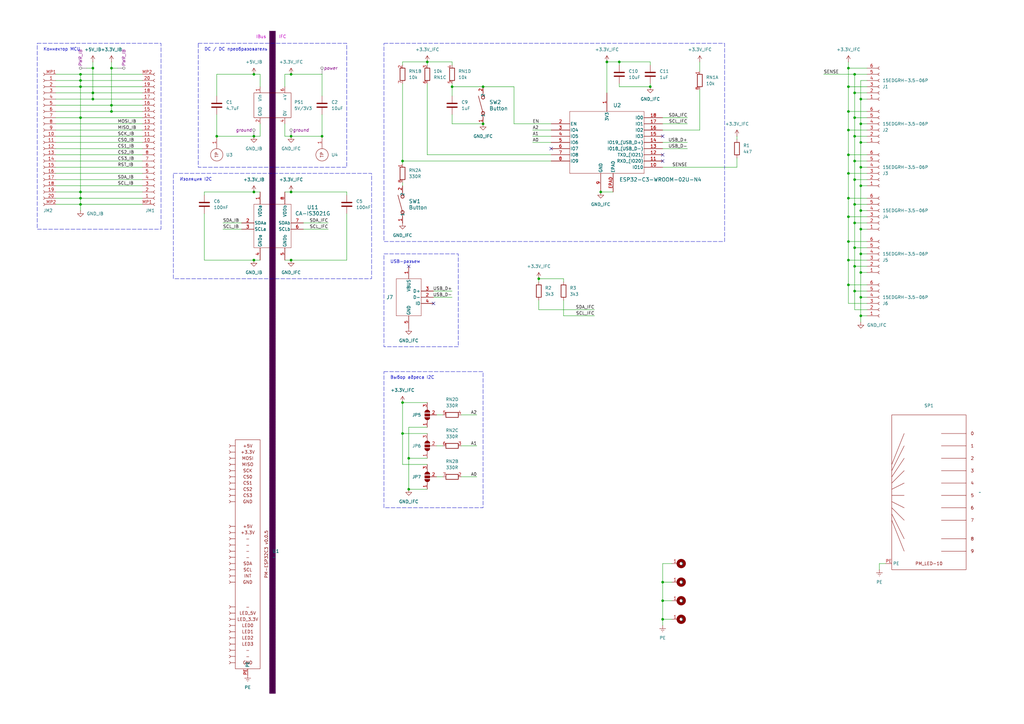
<source format=kicad_sch>
(kicad_sch (version 20250114) (generator "eeschema") (generator_version "9.0")
  (paper "A3")
  (title_block (title "${article} v${version}"))
  (rectangle (start 157.48 104.14) (end 187.96 142.24) (stroke (width 0) (type dash)))
  (rectangle (start 110.49 12.7) (end 113.03 284.48) (stroke (width 0) (type dot) (color 72 0 72 1)) (fill (type color) (color 72 0 72 1)))
  (rectangle (start 15.24 17.78) (end 66.04 93.98) (stroke (width 0) (type dash)))
  (rectangle (start 157.48 152.4) (end 198.12 208.28) (stroke (width 0) (type dash)))
  (rectangle (start 71.12 71.12) (end 152.4 114.3) (stroke (width 0) (type dash)))
  (rectangle (start 81.28 17.78) (end 142.24 68.58) (stroke (width 0) (type dash)))
  (rectangle (start 157.48 17.78) (end 297.18 99.06) (stroke (width 0) (type dash)))
  (text "DC / DC преобразователь" (at 83.82 20.32 0) (effects (font (size 1.27 1.27)) (justify left)))
  (text "IBus" (at 109.22 15.24 0) (effects (font (size 1.27 1.27)) (justify right)))
  (text "Изоляция I2C" (at 73.66 73.66 0) (effects (font (size 1.27 1.27)) (justify left)))
  (text "Выбор адреса I2C" (at 160.02 154.94 0) (effects (font (size 1.27 1.27)) (justify left)))
  (text "USB-разъем" (at 160.02 106.68 0) (effects (font (size 1.27 1.27)) (justify left top)))
  (text "IFC" (at 114.3 15.24 0) (effects (font (size 1.27 1.27)) (justify left)))
  (text "Коннектор MCU" (at 17.78 20.32 0) (effects (font (size 1.27 1.27)) (justify left)))
  (junction (at 119.38 55.88))
  (junction (at 119.38 30.48))
  (junction (at 347.98 106.68))
  (junction (at 254 25.4))
  (junction (at 198.12 35.56))
  (junction (at 132.08 55.88))
  (junction (at 38.1 38.1))
  (junction (at 350.52 119.38))
  (junction (at 353.06 50.8))
  (junction (at 353.06 68.58))
  (junction (at 350.52 109.22))
  (junction (at 347.98 45.72))
  (junction (at 347.98 35.56))
  (junction (at 350.52 38.1))
  (junction (at 347.98 116.84))
  (junction (at 165.1 66.04))
  (junction (at 185.42 35.56))
  (junction (at 347.98 71.12))
  (junction (at 246.38 78.74))
  (junction (at 347.98 88.9))
  (junction (at 119.38 106.68))
  (junction (at 353.06 58.42))
  (junction (at 33.02 35.56))
  (junction (at 350.52 30.48))
  (junction (at 350.52 83.82))
  (junction (at 353.06 40.64))
  (junction (at 271.78 246.38))
  (junction (at 347.98 53.34))
  (junction (at 119.38 78.74))
  (junction (at 347.98 63.5))
  (junction (at 350.52 66.04))
  (junction (at 220.98 114.3))
  (junction (at 353.06 104.14))
  (junction (at 353.06 76.2))
  (junction (at 353.06 93.98))
  (junction (at 175.26 25.4))
  (junction (at 271.78 254))
  (junction (at 350.52 91.44))
  (junction (at 353.06 129.54))
  (junction (at 350.52 73.66))
  (junction (at 350.52 48.26))
  (junction (at 167.64 200.66))
  (junction (at 353.06 121.92))
  (junction (at 353.06 111.76))
  (junction (at 347.98 81.28))
  (junction (at 45.72 45.72))
  (junction (at 266.7 35.56))
  (junction (at 350.52 55.88))
  (junction (at 165.1 177.8))
  (junction (at 104.14 78.74))
  (junction (at 165.1 165.1))
  (junction (at 353.06 86.36))
  (junction (at 347.98 27.94))
  (junction (at 198.12 50.8))
  (junction (at 33.02 83.82))
  (junction (at 350.52 101.6))
  (junction (at 104.14 30.48))
  (junction (at 33.02 33.02))
  (junction (at 88.9 55.88))
  (junction (at 104.14 55.88))
  (junction (at 248.92 25.4))
  (junction (at 271.78 238.76))
  (junction (at 45.72 27.94))
  (junction (at 33.02 48.26))
  (junction (at 167.64 187.96))
  (junction (at 33.02 78.74))
  (junction (at 104.14 106.68))
  (junction (at 33.02 30.48))
  (junction (at 38.1 27.94))
  (junction (at 45.72 43.18))
  (junction (at 33.02 81.28))
  (junction (at 38.1 40.64))
  (junction (at 347.98 99.06))
  (no_connect (at 271.78 63.5))
  (no_connect (at 167.64 109.22))
  (no_connect (at 226.06 60.96))
  (no_connect (at 177.8 124.46))
  (no_connect (at 271.78 55.88))
  (no_connect (at 271.78 66.04))
  (wire (pts (xy 271.78 254) (xy 275.59 254)))
  (wire (pts (xy 33.02 35.56) (xy 33.02 48.26)))
  (wire (pts (xy 347.98 88.9) (xy 347.98 81.28)))
  (wire (pts (xy 355.6 66.04) (xy 350.52 66.04)))
  (wire (pts (xy 22.86 71.12) (xy 58.42 71.12)))
  (wire (pts (xy 355.6 73.66) (xy 350.52 73.66)))
  (wire (pts (xy 218.44 55.88) (xy 226.06 55.88)))
  (wire (pts (xy 210.82 50.8) (xy 226.06 50.8)))
  (wire (pts (xy 142.24 80.01) (xy 142.24 78.74)))
  (wire (pts (xy 353.06 40.64) (xy 353.06 50.8)))
  (wire (pts (xy 185.42 25.4) (xy 185.42 26.67)))
  (wire (pts (xy 347.98 63.5) (xy 347.98 53.34)))
  (wire (pts (xy 132.08 39.37) (xy 132.08 30.48)))
  (wire (pts (xy 104.14 106.68) (xy 83.82 106.68)))
  (wire (pts (xy 106.68 106.68) (xy 104.14 106.68)))
  (wire (pts (xy 287.02 36.83) (xy 287.02 53.34)))
  (wire (pts (xy 33.02 83.82) (xy 58.42 83.82)))
  (wire (pts (xy 175.26 177.8) (xy 165.1 177.8)))
  (wire (pts (xy 104.14 30.48) (xy 106.68 30.48)))
  (wire (pts (xy 350.52 91.44) (xy 350.52 83.82)))
  (wire (pts (xy 347.98 106.68) (xy 347.98 99.06)))
  (wire (pts (xy 271.78 60.96) (xy 281.94 60.96)))
  (wire (pts (xy 22.86 38.1) (xy 38.1 38.1)))
  (wire (pts (xy 355.6 116.84) (xy 347.98 116.84)))
  (wire (pts (xy 254 26.67) (xy 254 25.4)))
  (wire (pts (xy 355.6 121.92) (xy 353.06 121.92)))
  (wire (pts (xy 38.1 38.1) (xy 38.1 40.64)))
  (wire (pts (xy 355.6 91.44) (xy 350.52 91.44)))
  (wire (pts (xy 353.06 111.76) (xy 353.06 121.92)))
  (wire (pts (xy 165.1 177.8) (xy 165.1 165.1)))
  (wire (pts (xy 22.86 35.56) (xy 33.02 35.56)))
  (wire (pts (xy 22.86 55.88) (xy 58.42 55.88)))
  (wire (pts (xy 355.6 53.34) (xy 347.98 53.34)))
  (wire (pts (xy 353.06 93.98) (xy 353.06 104.14)))
  (wire (pts (xy 226.06 63.5) (xy 175.26 63.5)))
  (wire (pts (xy 220.98 114.3) (xy 231.14 114.3)))
  (wire (pts (xy 355.6 55.88) (xy 350.52 55.88)))
  (wire (pts (xy 355.6 68.58) (xy 353.06 68.58)))
  (wire (pts (xy 22.86 53.34) (xy 58.42 53.34)))
  (wire (pts (xy 350.52 83.82) (xy 350.52 73.66)))
  (wire (pts (xy 33.02 81.28) (xy 33.02 83.82)))
  (wire (pts (xy 243.84 127) (xy 220.98 127)))
  (wire (pts (xy 119.38 30.48) (xy 132.08 30.48)))
  (wire (pts (xy 119.38 55.88) (xy 132.08 55.88)))
  (wire (pts (xy 175.26 187.96) (xy 167.64 187.96)))
  (wire (pts (xy 254 34.29) (xy 254 35.56)))
  (wire (pts (xy 142.24 87.63) (xy 142.24 106.68)))
  (wire (pts (xy 302.26 64.77) (xy 302.26 68.58)))
  (wire (pts (xy 271.78 50.8) (xy 281.94 50.8)))
  (wire (pts (xy 231.14 129.54) (xy 231.14 123.19)))
  (wire (pts (xy 33.02 81.28) (xy 58.42 81.28)))
  (wire (pts (xy 347.98 53.34) (xy 347.98 45.72)))
  (wire (pts (xy 33.02 78.74) (xy 58.42 78.74)))
  (wire (pts (xy 33.02 78.74) (xy 33.02 81.28)))
  (wire (pts (xy 189.23 170.18) (xy 195.58 170.18)))
  (wire (pts (xy 38.1 40.64) (xy 58.42 40.64)))
  (wire (pts (xy 22.86 78.74) (xy 33.02 78.74)))
  (wire (pts (xy 271.78 68.58) (xy 302.26 68.58)))
  (wire (pts (xy 355.6 48.26) (xy 350.52 48.26)))
  (wire (pts (xy 45.72 27.94) (xy 45.72 43.18)))
  (wire (pts (xy 119.38 78.74) (xy 142.24 78.74)))
  (wire (pts (xy 38.1 25.4) (xy 38.1 27.94)))
  (wire (pts (xy 185.42 35.56) (xy 185.42 39.37)))
  (wire (pts (xy 185.42 50.8) (xy 198.12 50.8)))
  (wire (pts (xy 275.59 231.14) (xy 271.78 231.14)))
  (wire (pts (xy 350.52 48.26) (xy 350.52 38.1)))
  (wire (pts (xy 350.52 30.48) (xy 355.6 30.48)))
  (wire (pts (xy 142.24 106.68) (xy 119.38 106.68)))
  (wire (pts (xy 22.86 68.58) (xy 58.42 68.58)))
  (wire (pts (xy 355.6 127) (xy 350.52 127)))
  (wire (pts (xy 165.1 74.93) (xy 165.1 76.2)))
  (wire (pts (xy 124.46 93.98) (xy 134.62 93.98)))
  (wire (pts (xy 33.02 33.02) (xy 58.42 33.02)))
  (wire (pts (xy 355.6 27.94) (xy 347.98 27.94)))
  (wire (pts (xy 302.26 55.88) (xy 302.26 57.15)))
  (wire (pts (xy 337.82 30.48) (xy 350.52 30.48)))
  (wire (pts (xy 175.26 63.5) (xy 175.26 34.29)))
  (wire (pts (xy 116.84 30.48) (xy 119.38 30.48)))
  (wire (pts (xy 119.38 106.68) (xy 116.84 106.68)))
  (wire (pts (xy 347.98 27.94) (xy 347.98 25.4)))
  (wire (pts (xy 271.78 48.26) (xy 281.94 48.26)))
  (wire (pts (xy 246.38 78.74) (xy 251.46 78.74)))
  (wire (pts (xy 353.06 132.08) (xy 353.06 129.54)))
  (wire (pts (xy 355.6 109.22) (xy 350.52 109.22)))
  (wire (pts (xy 165.1 190.5) (xy 165.1 177.8)))
  (wire (pts (xy 22.86 58.42) (xy 58.42 58.42)))
  (wire (pts (xy 355.6 71.12) (xy 347.98 71.12)))
  (wire (pts (xy 275.59 246.38) (xy 271.78 246.38)))
  (wire (pts (xy 355.6 86.36) (xy 353.06 86.36)))
  (wire (pts (xy 355.6 104.14) (xy 353.06 104.14)))
  (wire (pts (xy 231.14 114.3) (xy 231.14 115.57)))
  (wire (pts (xy 355.6 50.8) (xy 353.06 50.8)))
  (wire (pts (xy 33.02 48.26) (xy 58.42 48.26)))
  (wire (pts (xy 347.98 124.46) (xy 347.98 116.84)))
  (wire (pts (xy 355.6 76.2) (xy 353.06 76.2)))
  (wire (pts (xy 22.86 73.66) (xy 58.42 73.66)))
  (wire (pts (xy 91.44 91.44) (xy 99.06 91.44)))
  (wire (pts (xy 355.6 93.98) (xy 353.06 93.98)))
  (wire (pts (xy 271.78 58.42) (xy 281.94 58.42)))
  (wire (pts (xy 124.46 91.44) (xy 134.62 91.44)))
  (wire (pts (xy 88.9 55.88) (xy 104.14 55.88)))
  (wire (pts (xy 22.86 76.2) (xy 58.42 76.2)))
  (wire (pts (xy 355.6 33.02) (xy 353.06 33.02)))
  (wire (pts (xy 33.02 83.82) (xy 33.02 86.36)))
  (wire (pts (xy 243.84 129.54) (xy 231.14 129.54)))
  (wire (pts (xy 91.44 93.98) (xy 99.06 93.98)))
  (wire (pts (xy 177.8 121.92) (xy 185.42 121.92)))
  (wire (pts (xy 353.06 86.36) (xy 353.06 93.98)))
  (wire (pts (xy 22.86 60.96) (xy 58.42 60.96)))
  (wire (pts (xy 355.6 81.28) (xy 347.98 81.28)))
  (wire (pts (xy 355.6 63.5) (xy 347.98 63.5)))
  (wire (pts (xy 198.12 35.56) (xy 210.82 35.56)))
  (wire (pts (xy 116.84 50.8) (xy 116.84 55.88)))
  (wire (pts (xy 88.9 46.99) (xy 88.9 55.88)))
  (wire (pts (xy 175.26 190.5) (xy 165.1 190.5)))
  (wire (pts (xy 355.6 111.76) (xy 353.06 111.76)))
  (wire (pts (xy 104.14 55.88) (xy 106.68 55.88)))
  (wire (pts (xy 347.98 35.56) (xy 347.98 27.94)))
  (wire (pts (xy 83.82 87.63) (xy 83.82 106.68)))
  (wire (pts (xy 22.86 30.48) (xy 33.02 30.48)))
  (wire (pts (xy 266.7 34.29) (xy 266.7 35.56)))
  (wire (pts (xy 353.06 33.02) (xy 353.06 40.64)))
  (wire (pts (xy 165.1 66.04) (xy 165.1 67.31)))
  (wire (pts (xy 189.23 195.58) (xy 195.58 195.58)))
  (wire (pts (xy 175.26 200.66) (xy 167.64 200.66)))
  (wire (pts (xy 355.6 40.64) (xy 353.06 40.64)))
  (wire (pts (xy 33.02 30.48) (xy 58.42 30.48)))
  (wire (pts (xy 175.26 25.4) (xy 175.26 26.67)))
  (wire (pts (xy 45.72 45.72) (xy 58.42 45.72)))
  (wire (pts (xy 248.92 25.4) (xy 248.92 38.1)))
  (wire (pts (xy 132.08 46.99) (xy 132.08 55.88)))
  (wire (pts (xy 22.86 81.28) (xy 33.02 81.28)))
  (wire (pts (xy 355.6 35.56) (xy 347.98 35.56)))
  (wire (pts (xy 106.68 50.8) (xy 106.68 55.88)))
  (wire (pts (xy 189.23 182.88) (xy 195.58 182.88)))
  (wire (pts (xy 355.6 58.42) (xy 353.06 58.42)))
  (wire (pts (xy 254 25.4) (xy 266.7 25.4)))
  (wire (pts (xy 185.42 35.56) (xy 198.12 35.56)))
  (wire (pts (xy 165.1 26.67) (xy 165.1 25.4)))
  (wire (pts (xy 218.44 58.42) (xy 226.06 58.42)))
  (wire (pts (xy 347.98 116.84) (xy 347.98 106.68)))
  (wire (pts (xy 185.42 46.99) (xy 185.42 50.8)))
  (wire (pts (xy 360.68 231.14) (xy 360.68 233.68)))
  (wire (pts (xy 350.52 119.38) (xy 350.52 109.22)))
  (wire (pts (xy 106.68 30.48) (xy 106.68 35.56)))
  (wire (pts (xy 210.82 35.56) (xy 210.82 50.8)))
  (wire (pts (xy 22.86 45.72) (xy 45.72 45.72)))
  (wire (pts (xy 220.98 127) (xy 220.98 123.19)))
  (wire (pts (xy 185.42 34.29) (xy 185.42 35.56)))
  (wire (pts (xy 22.86 50.8) (xy 58.42 50.8)))
  (wire (pts (xy 275.59 238.76) (xy 271.78 238.76)))
  (wire (pts (xy 350.52 73.66) (xy 350.52 66.04)))
  (wire (pts (xy 347.98 71.12) (xy 347.98 63.5)))
  (wire (pts (xy 38.1 38.1) (xy 58.42 38.1)))
  (wire (pts (xy 355.6 38.1) (xy 350.52 38.1)))
  (wire (pts (xy 353.06 121.92) (xy 353.06 129.54)))
  (wire (pts (xy 353.06 129.54) (xy 355.6 129.54)))
  (wire (pts (xy 167.64 175.26) (xy 167.64 187.96)))
  (wire (pts (xy 104.14 78.74) (xy 106.68 78.74)))
  (wire (pts (xy 355.6 88.9) (xy 347.98 88.9)))
  (wire (pts (xy 271.78 231.14) (xy 271.78 238.76)))
  (wire (pts (xy 22.86 48.26) (xy 33.02 48.26)))
  (wire (pts (xy 248.92 25.4) (xy 254 25.4)))
  (wire (pts (xy 175.26 175.26) (xy 167.64 175.26)))
  (wire (pts (xy 271.78 256.54) (xy 271.78 254)))
  (wire (pts (xy 165.1 66.04) (xy 226.06 66.04)))
  (wire (pts (xy 355.6 119.38) (xy 350.52 119.38)))
  (wire (pts (xy 350.52 66.04) (xy 350.52 55.88)))
  (wire (pts (xy 33.02 33.02) (xy 33.02 35.56)))
  (wire (pts (xy 355.6 45.72) (xy 347.98 45.72)))
  (wire (pts (xy 353.06 76.2) (xy 353.06 86.36)))
  (wire (pts (xy 353.06 68.58) (xy 353.06 76.2)))
  (wire (pts (xy 22.86 40.64) (xy 38.1 40.64)))
  (wire (pts (xy 22.86 43.18) (xy 45.72 43.18)))
  (wire (pts (xy 33.02 48.26) (xy 33.02 78.74)))
  (wire (pts (xy 355.6 99.06) (xy 347.98 99.06)))
  (wire (pts (xy 350.52 127) (xy 350.52 119.38)))
  (wire (pts (xy 165.1 25.4) (xy 175.26 25.4)))
  (wire (pts (xy 218.44 53.34) (xy 226.06 53.34)))
  (wire (pts (xy 38.1 27.94) (xy 38.1 38.1)))
  (wire (pts (xy 353.06 58.42) (xy 353.06 68.58)))
  (wire (pts (xy 175.26 25.4) (xy 185.42 25.4)))
  (wire (pts (xy 347.98 99.06) (xy 347.98 88.9)))
  (wire (pts (xy 45.72 43.18) (xy 45.72 45.72)))
  (wire (pts (xy 165.1 66.04) (xy 165.1 34.29)))
  (wire (pts (xy 22.86 33.02) (xy 33.02 33.02)))
  (wire (pts (xy 88.9 30.48) (xy 104.14 30.48)))
  (wire (pts (xy 177.8 119.38) (xy 185.42 119.38)))
  (wire (pts (xy 347.98 81.28) (xy 347.98 71.12)))
  (wire (pts (xy 88.9 39.37) (xy 88.9 30.48)))
  (wire (pts (xy 355.6 106.68) (xy 347.98 106.68)))
  (wire (pts (xy 220.98 114.3) (xy 220.98 115.57)))
  (wire (pts (xy 116.84 78.74) (xy 119.38 78.74)))
  (wire (pts (xy 179.07 195.58) (xy 181.61 195.58)))
  (wire (pts (xy 363.22 231.14) (xy 360.68 231.14)))
  (wire (pts (xy 33.02 35.56) (xy 58.42 35.56)))
  (wire (pts (xy 179.07 170.18) (xy 181.61 170.18)))
  (wire (pts (xy 350.52 55.88) (xy 350.52 48.26)))
  (wire (pts (xy 353.06 50.8) (xy 353.06 58.42)))
  (wire (pts (xy 45.72 25.4) (xy 45.72 27.94)))
  (wire (pts (xy 271.78 53.34) (xy 287.02 53.34)))
  (wire (pts (xy 83.82 78.74) (xy 104.14 78.74)))
  (wire (pts (xy 350.52 101.6) (xy 350.52 91.44)))
  (wire (pts (xy 83.82 80.01) (xy 83.82 78.74)))
  (wire (pts (xy 355.6 83.82) (xy 350.52 83.82)))
  (wire (pts (xy 355.6 124.46) (xy 347.98 124.46)))
  (wire (pts (xy 22.86 83.82) (xy 33.02 83.82)))
  (wire (pts (xy 347.98 45.72) (xy 347.98 35.56)))
  (wire (pts (xy 22.86 66.04) (xy 58.42 66.04)))
  (wire (pts (xy 179.07 182.88) (xy 181.61 182.88)))
  (wire (pts (xy 35.56 27.94) (xy 38.1 27.94)))
  (wire (pts (xy 350.52 38.1) (xy 350.52 30.48)))
  (wire (pts (xy 116.84 55.88) (xy 119.38 55.88)))
  (wire (pts (xy 22.86 63.5) (xy 58.42 63.5)))
  (wire (pts (xy 353.06 104.14) (xy 353.06 111.76)))
  (wire (pts (xy 167.64 187.96) (xy 167.64 200.66)))
  (wire (pts (xy 33.02 30.48) (xy 33.02 33.02)))
  (wire (pts (xy 165.1 165.1) (xy 175.26 165.1)))
  (wire (pts (xy 271.78 238.76) (xy 271.78 246.38)))
  (wire (pts (xy 116.84 30.48) (xy 116.84 35.56)))
  (wire (pts (xy 350.52 109.22) (xy 350.52 101.6)))
  (wire (pts (xy 287.02 25.4) (xy 287.02 29.21)))
  (wire (pts (xy 254 35.56) (xy 266.7 35.56)))
  (wire (pts (xy 45.72 43.18) (xy 58.42 43.18)))
  (wire (pts (xy 355.6 101.6) (xy 350.52 101.6)))
  (wire (pts (xy 266.7 25.4) (xy 266.7 26.67)))
  (wire (pts (xy 48.26 27.94) (xy 45.72 27.94)))
  (wire (pts (xy 271.78 246.38) (xy 271.78 254)))
  (label "EN" (at 218.44 50.8 0))
  (label "USB_D-" (at 185.42 121.92 180))
  (label "SCL_IFC" (at 134.62 93.98 180))
  (label "SCL_IB" (at 48.26 76.2 0))
  (label "A1" (at 218.44 55.88 0))
  (label "SDA_IB" (at 48.26 73.66 0))
  (label "SENSE" (at 337.82 30.48 0))
  (label "A1" (at 195.58 182.88 180))
  (label "A2" (at 195.58 170.18 180))
  (label "USB_D-" (at 281.94 60.96 180))
  (label "A0" (at 218.44 58.42 0))
  (label "CS0_IB" (at 48.26 58.42 0))
  (label "A2" (at 218.44 53.34 0))
  (label "MISO_IB" (at 48.26 53.34 0))
  (label "MOSI_IB" (at 48.26 50.8 0))
  (label "USB_D+" (at 185.42 119.38 180))
  (label "SDA_IB" (at 91.44 91.44 0))
  (label "SDA_IFC" (at 134.62 91.44 180))
  (label "A0" (at 195.58 195.58 180))
  (label "SCL_IFC" (at 281.94 50.8 180))
  (label "SENSE" (at 281.94 68.58 180))
  (label "SDA_IFC" (at 281.94 48.26 180))
  (label "CS1_IB" (at 48.26 60.96 0))
  (label "CS3_IB" (at 48.26 66.04 0))
  (label "SCL_IFC" (at 243.84 129.54 180))
  (label "SDA_IFC" (at 243.84 127 180))
  (label "USB_D+" (at 281.94 58.42 180))
  (label "SCK_IB" (at 48.26 55.88 0))
  (label "SCL_IB" (at 91.44 93.98 0))
  (label "CS2_IB" (at 48.26 63.5 0))
  (label "RST_IB" (at 48.26 68.58 0))
  (netclass_flag "" (length 2.54) (shape round) (at 35.56 27.94 90) (property "Netclass" "PWR_IB" (at 33.02 27.2415 90) (effects (font (italic yes)) (justify left))))
  (netclass_flag "" (length 2.54) (shape round) (at 104.14 55.88 0) (property "Netclass" "ground" (at 103.4415 53.34 0) (effects (font (italic yes)) (justify right))))
  (netclass_flag "" (length 2.54) (shape round) (at 132.08 30.48 0) (property "Netclass" "power" (at 132.7785 27.94 0) (effects (font (italic yes)) (justify left))))
  (netclass_flag "" (length 2.54) (shape round) (at 48.26 27.94 270) (property "Netclass" "PWR_IB" (at 50.8 27.2415 90) (effects (font (italic yes)) (justify left))))
  (netclass_flag "" (length 2.54) (shape round) (at 119.38 55.88 0) (property "Netclass" "ground" (at 120.0785 53.34 0) (effects (font (italic yes)) (justify left))))
  (symbol (lib_id "kicad_inventree_lib:XKG_U254-051T-4BH83-S1S") (at 167.64 114.3 0) (mirror y) (unit 1)
    (property "Reference" "J7" (at 161.29 121.9199 0) (effects (font (size 1.524 1.524)) (justify left)))
    (property "Value" "U254-051T-4BH83-S1S" (effects (hide yes)))
    (property "Footprint" "kicad_inventree_lib:CONN5_H83-S1S_XKB" (effects (hide yes)))
    (property "Datasheet" "http://inventree.network/part/136/" (effects (hide yes)))
    (property "part_ipn" "U254-051T-4BH83-S1S " (effects (hide yes)))
  )
  (symbol (lib_id "kicad_inventree_lib: C_4.7uF_16V_0805_MLCC-X7R") (at 88.9 43.18 0) (unit 1)
    (property "Reference" "C1" (at 92.71 41.9099 0) (effects (justify left)))
    (property "Value" "4.7uF" (at 92.71 44.4499 0) (effects (justify left)))
    (property "Footprint" "Capacitor_SMD:C_0805_2012Metric" (effects (hide yes)))
    (property "Datasheet" "http://inventree.network/part/300" (effects (hide yes)))
    (property "Description" "Unpolarized capacitor" (effects (hide yes)))
    (property "part_ipn" " C_4.7uF_16V_0805_MLCC-X7R" (effects (hide yes)))
  )
  (symbol (lib_id "kicad_inventree_lib: C_1uF_16V_0603_MLCC-X7R ") (at 266.7 30.48 0) (unit 1)
    (property "Reference" "C11" (at 270.51 29.2099 0) (effects (justify left)))
    (property "Value" "1uF" (at 270.51 31.7499 0) (effects (justify left)))
    (property "Footprint" "Capacitor_SMD:C_0603_1608Metric" (effects (hide yes)))
    (property "Datasheet" "http://inventree.network/part/227/" (effects (hide yes)))
    (property "Description" "Unpolarized capacitor" (effects (hide yes)))
    (property "part_ipn" " C_1uF_16V_0603_MLCC-X7R " (effects (hide yes)))
  )
  (symbol (lib_id "kicad_inventree_lib:TS-1088-AR02016") (at 198.12 50.8 90) (unit 1)
    (property "Reference" "SW2" (at 200.66 41.9099 90) (effects (font (size 1.524 1.524)) (justify right)))
    (property "Value" "Button" (at 200.66 44.4499 90) (effects (font (size 1.524 1.524)) (justify right)))
    (property "Footprint" "kicad_inventree_lib:SW_TS-1088_XNP-M" (effects (hide yes)))
    (property "Datasheet" "http://inventree.network/part/139/" (effects (hide yes)))
    (property "part_ipn" "TS-1088-AR02016 " (effects (hide yes)))
  )
  (symbol (lib_id "kicad_inventree_lib:R_10k_0603x4_1%") (at 175.26 30.48 0) (mirror x) (unit 3)
    (property "Reference" "RN1" (at 177.8 31.7501 0) (effects (justify left)))
    (property "Value" "10k" (at 177.8 29.2101 0) (effects (justify left)))
    (property "Footprint" "Resistor_SMD:R_Array_Convex_4x0603" (effects (hide yes)))
    (property "Datasheet" "http://inventree.network/part/233/" (effects (hide yes)))
    (property "Description" "4 resistor network, parallel topology, split" (effects (hide yes)))
    (property "part_ipn" "R_10k_0603x4_1%" (effects (hide yes)))
  )
  (symbol (lib_id "kicad_inventree_lib:ESP32-C3-WROOM-02U-N4") (at 248.92 45.72 0) (unit 1)
    (property "Reference" "U2" (at 251.46 43.18 0) (effects (font (size 1.524 1.524)) (justify left)))
    (property "Value" "ESP32-C3-WROOM-02U-N4" (at 254 73.66 0) (effects (font (size 1.524 1.524)) (justify left)))
    (property "Footprint" "kicad_inventree_lib:ESP32-C3-WROOM-02U_EXP" (effects (hide yes)))
    (property "Datasheet" "http://inventree.network/part/132/" (effects (hide yes)))
    (property "part_ipn" "ESP32-C3-WROOM-02U-N4" (effects (hide yes)))
  )
  (symbol (lib_id "power:GND") (at 353.06 132.08 0) (unit 1)
    (property "Reference" "#PWR06" (effects (hide yes)))
    (property "Value" "GND_IFC" (at 355.6 133.3499 0) (effects (justify left)))
    (property "Description" "Power symbol creates a global label with name \"GND\" , ground" (effects (hide yes)))
  )
  (symbol (lib_id "power:+5V") (at 119.38 78.74 0) (unit 1)
    (property "Reference" "#PWR029" (effects (hide yes)))
    (property "Value" "+3.3V_IFC" (at 119.38 73.66 0))
    (property "Description" "Power symbol creates a global label with name \"+5V\"" (effects (hide yes)))
  )
  (symbol (lib_id "power:GND") (at 266.7 35.56 0) (unit 1)
    (property "Reference" "#PWR024" (effects (hide yes)))
    (property "Value" "GND_IFC" (at 266.7 40.64 0))
    (property "Description" "Power symbol creates a global label with name \"GND\" , ground" (effects (hide yes)))
  )
  (symbol (lib_id "power:GND") (at 104.14 106.68 0) (unit 1)
    (property "Reference" "#PWR015" (effects (hide yes)))
    (property "Value" "GND_IB" (at 104.14 111.76 0))
    (property "Description" "Power symbol creates a global label with name \"GND\" , ground" (effects (hide yes)))
  )
  (symbol (lib_id "kicad_inventree_lib:R_330R_0603x4_1%") (at 165.1 71.12 180) (unit 1)
    (property "Reference" "RN2" (at 167.64 69.8499 0) (effects (justify right)))
    (property "Value" "330R" (at 167.64 72.3899 0) (effects (justify right)))
    (property "Footprint" "Resistor_SMD:R_Array_Convex_4x0603" (effects (hide yes)))
    (property "Datasheet" "http://inventree.network/part/239/" (effects (hide yes)))
    (property "Description" "4 resistor network, parallel topology, split" (effects (hide yes)))
    (property "part_ipn" "R_330R_0603x4_1%" (effects (hide yes)))
  )
  (symbol (lib_id "power:+5V") (at 45.72 25.4 0) (unit 1)
    (property "Reference" "#PWR02" (effects (hide yes)))
    (property "Value" "+3.3V_IB" (at 45.72 20.32 0))
    (property "Description" "Power symbol creates a global label with name \"+5V\"" (effects (hide yes)))
  )
  (symbol (lib_id "kicad_inventree_lib:PM-ESP32C3_v0.0.7") (at 101.6 177.8 0) (unit 1) (in_bom no)
    (property "Reference" "U1" (at 111.76 226.0599 0) (effects (justify left)))
    (property "Value" "~" (at 111.76 228.5999 0) (effects (justify left)))
    (property "Footprint" "kicad_inventree_lib:PM-ESP32C3_v0.0.7" (effects (hide yes)))
    (property "part_ipn" "PM_MCU-ESP32_C3-v0.0.7" (effects (hide yes)))
  )
  (symbol (lib_id "kicad_inventree_lib:R_330R_0603x4_1%") (at 185.42 195.58 90) (unit 2)
    (property "Reference" "RN2" (at 185.42 189.23 90))
    (property "Value" "330R" (at 185.42 191.77 90))
    (property "Footprint" "Resistor_SMD:R_Array_Convex_4x0603" (effects (hide yes)))
    (property "Datasheet" "http://inventree.network/part/239/" (effects (hide yes)))
    (property "Description" "4 resistor network, parallel topology, split" (effects (hide yes)))
    (property "part_ipn" "R_330R_0603x4_1%" (effects (hide yes)))
  )
  (symbol (lib_id "kicad_inventree_lib:5117") (at 88.9 55.88 270) (unit 1)
    (property "Reference" "U3" (at 92.71 63.4999 90) (effects (justify left)))
    (property "Value" "5117" (effects (hide yes)))
    (property "Footprint" "kicad_inventree_lib:5117" (effects (hide yes)))
    (property "Datasheet" "http://inventree.network/part/282/" (effects (hide yes)))
    (property "Description" "KEYSTONE - 5117 - TEST POINT, PCB, BLUE, THROUGH HOLE" (effects (hide yes)))
    (property "part_ipn" "Keystone_5117" (effects (hide yes)))
  )
  (symbol (lib_id "kicad_inventree_lib:15EDGRH-3.5-06P") (at 360.68 119.38 0) (mirror x) (unit 1)
    (property "Reference" "J6" (at 361.95 124.4601 0) (effects (justify left)))
    (property "Value" "15EDGRH-3.5-06P" (at 361.95 121.9201 0) (effects (justify left)))
    (property "Footprint" "kicad_inventree_lib:15EDGRH-3.5-06P" (effects (hide yes)))
    (property "Datasheet" "http://inventree.network/web/part/356/details" (effects (hide yes)))
    (property "part_ipn" "15EDGRH-3.5-06P" (effects (hide yes)))
  )
  (symbol (lib_id "kicad_inventree_lib:B0503S-2W") (at 111.76 38.1 0) (unit 1)
    (property "Reference" "PS1" (at 120.65 41.9099 0) (effects (justify left)))
    (property "Value" "5V/3V3" (at 120.65 44.4499 0) (effects (justify left)))
    (property "Footprint" "kicad_inventree_lib:B2405LS-1WR3" (effects (hide yes)))
    (property "Datasheet" "http://inventree.network/web/part/353/details" (effects (hide yes)))
    (property "part_ipn" "B0503S-2W" (effects (hide yes)))
  )
  (symbol (lib_id "kicad_inventree_lib:TS-1088-AR02016") (at 165.1 91.44 90) (unit 1)
    (property "Reference" "SW1" (at 167.64 82.5499 90) (effects (font (size 1.524 1.524)) (justify right)))
    (property "Value" "Button" (at 167.64 85.0899 90) (effects (font (size 1.524 1.524)) (justify right)))
    (property "Footprint" "kicad_inventree_lib:SW_TS-1088_XNP-M" (effects (hide yes)))
    (property "Datasheet" "http://inventree.network/part/139/" (effects (hide yes)))
    (property "part_ipn" "TS-1088-AR02016 " (effects (hide yes)))
  )
  (symbol (lib_id "power:GND") (at 198.12 50.8 0) (unit 1)
    (property "Reference" "#PWR021" (effects (hide yes)))
    (property "Value" "GND_IFC" (at 198.12 55.88 0))
    (property "Description" "Power symbol creates a global label with name \"GND\" , ground" (effects (hide yes)))
  )
  (symbol (lib_id "kicad_inventree_lib:MountingHole_M4") (at 279.4 231.14 270) (unit 1) (exclude_from_sim yes) (in_bom no)
    (property "Reference" "H1" (effects (hide yes)))
    (property "Value" "M4" (effects (hide yes)))
    (property "Footprint" "MountingHole:MountingHole_4.3mm_M4_Pad_Via" (effects (hide yes)))
  )
  (symbol (lib_id "kicad_inventree_lib:15EDGRH-3.5-06P") (at 360.68 66.04 0) (mirror x) (unit 1)
    (property "Reference" "J3" (at 361.95 71.1201 0) (effects (justify left)))
    (property "Value" "15EDGRH-3.5-06P" (at 361.95 68.5801 0) (effects (justify left)))
    (property "Footprint" "kicad_inventree_lib:15EDGRH-3.5-06P" (effects (hide yes)))
    (property "Datasheet" "http://inventree.network/web/part/356/details" (effects (hide yes)))
    (property "part_ipn" "15EDGRH-3.5-06P" (effects (hide yes)))
  )
  (symbol (lib_id "power:+5V") (at 220.98 114.3 0) (unit 1)
    (property "Reference" "#PWR018" (effects (hide yes)))
    (property "Value" "+3.3V_IFC" (at 220.98 109.22 0))
    (property "Description" "Power symbol creates a global label with name \"+5V\"" (effects (hide yes)))
  )
  (symbol (lib_id "kicad_inventree_lib:MountingHole_M4") (at 279.4 246.38 270) (unit 1) (exclude_from_sim yes) (in_bom no)
    (property "Reference" "H3" (effects (hide yes)))
    (property "Value" "M4" (effects (hide yes)))
    (property "Footprint" "MountingHole:MountingHole_4.3mm_M4_Pad_Via" (effects (hide yes)))
  )
  (symbol (lib_id "kicad_inventree_lib:15EDGRH-3.5-06P") (at 360.68 101.6 0) (mirror x) (unit 1)
    (property "Reference" "J5" (at 361.95 106.6801 0) (effects (justify left)))
    (property "Value" "15EDGRH-3.5-06P" (at 361.95 104.1401 0) (effects (justify left)))
    (property "Footprint" "kicad_inventree_lib:15EDGRH-3.5-06P" (effects (hide yes)))
    (property "Datasheet" "http://inventree.network/web/part/356/details" (effects (hide yes)))
    (property "part_ipn" "15EDGRH-3.5-06P" (effects (hide yes)))
  )
  (symbol (lib_id "kicad_inventree_lib:R_4k7_0603_1%") (at 302.26 60.96 0) (unit 1)
    (property "Reference" "R1" (at 304.8 59.6899 0) (effects (justify left)))
    (property "Value" "4k7" (at 304.8 62.2299 0) (effects (justify left)))
    (property "Footprint" "Resistor_SMD:R_0603_1608Metric" (effects (hide yes)))
    (property "Datasheet" "http://inventree.network/part/262/" (effects (hide yes)))
    (property "Description" "Resistor" (effects (hide yes)))
    (property "part_ipn" "R_4k7_0603_1%" (effects (hide yes)))
  )
  (symbol (lib_id "kicad_inventree_lib:C_100nF_16V_0603_MLCC-X7R") (at 142.24 83.82 0) (unit 1)
    (property "Reference" "C5" (at 146.05 82.5499 0) (effects (justify left)))
    (property "Value" "100nF" (at 146.05 85.0899 0) (effects (justify left)))
    (property "Footprint" "Capacitor_SMD:C_0603_1608Metric" (effects (hide yes)))
    (property "Datasheet" "http://inventree.network/part/221" (effects (hide yes)))
    (property "Description" "Unpolarized capacitor" (effects (hide yes)))
    (property "part_ipn" "C_100nF_16V_0603_MLCC-X7R" (effects (hide yes)))
  )
  (symbol (lib_id "power:+3.3V") (at 302.26 55.88 0) (unit 1)
    (property "Reference" "#PWR017" (effects (hide yes)))
    (property "Value" "+3.3V_IFC" (at 302.26 50.8 0))
    (property "Description" "Power symbol creates a global label with name \"+3.3V\"" (effects (hide yes)))
  )
  (symbol (lib_id "power:GND") (at 167.64 200.66 0) (unit 1)
    (property "Reference" "#PWR012" (effects (hide yes)))
    (property "Value" "GND_IFC" (at 167.64 205.74 0))
    (property "Description" "Power symbol creates a global label with name \"GND\" , ground" (effects (hide yes)))
  )
  (symbol (lib_id "power:+5V") (at 38.1 25.4 0) (unit 1)
    (property "Reference" "#PWR01" (effects (hide yes)))
    (property "Value" "+5V_IB" (at 38.1 20.32 0))
    (property "Description" "Power symbol creates a global label with name \"+5V\"" (effects (hide yes)))
  )
  (symbol (lib_id "kicad_inventree_lib:SolderJumper_3_Open") (at 175.26 195.58 90) (unit 1) (in_bom no)
    (property "Reference" "JP7" (at 172.72 195.5799 90) (effects (justify left)))
    (property "Value" "SolderJumper_3_Open" (effects (hide yes)))
    (property "Footprint" "kicad_inventree_lib:SolderJumper-3_P1.3mm_Open_RoundedPad1.0x1.5mm" (effects (hide yes)))
    (property "Description" "Solder Jumper, 3-pole, open" (effects (hide yes)))
  )
  (symbol (lib_id "kicad_inventree_lib:MountingHole_M4") (at 279.4 254 270) (unit 1) (exclude_from_sim yes) (in_bom no)
    (property "Reference" "H4" (effects (hide yes)))
    (property "Value" "M4" (effects (hide yes)))
    (property "Footprint" "MountingHole:MountingHole_4.3mm_M4_Pad_Via" (effects (hide yes)))
  )
  (symbol (lib_id "kicad_inventree_lib:C_10uF_16V_0805_MLCC-X7R") (at 132.08 43.18 0) (unit 1)
    (property "Reference" "C2" (at 135.89 41.9099 0) (effects (justify left)))
    (property "Value" "10uF" (at 135.89 44.4499 0) (effects (justify left)))
    (property "Footprint" "Capacitor_SMD:C_0805_2012Metric" (effects (hide yes)))
    (property "Datasheet" "http://inventree.network/part/271/" (effects (hide yes)))
    (property "Description" "Unpolarized capacitor" (effects (hide yes)))
    (property "part_ipn" "C_10uF_16V_0805_MLCC-X7R" (effects (hide yes)))
  )
  (symbol (lib_id "power:GND") (at 119.38 55.88 0) (unit 1)
    (property "Reference" "#PWR013" (effects (hide yes)))
    (property "Value" "GND_IFC" (at 119.38 60.96 0))
    (property "Description" "Power symbol creates a global label with name \"GND\" , ground" (effects (hide yes)))
  )
  (symbol (lib_id "power:+3.3V") (at 248.92 25.4 0) (unit 1)
    (property "Reference" "#PWR023" (effects (hide yes)))
    (property "Value" "+3.3V_IFC" (at 248.92 20.32 0))
    (property "Description" "Power symbol creates a global label with name \"+3.3V\"" (effects (hide yes)))
  )
  (symbol (lib_id "kicad_inventree_lib:CA-IS3021G") (at 111.76 83.82 0) (unit 1)
    (property "Reference" "U11" (at 128.27 85.0198 0) (effects (font (size 1.524 1.524))))
    (property "Value" "CA-IS3021G" (at 128.27 87.5598 0) (effects (font (size 1.524 1.524))))
    (property "Footprint" "kicad_inventree_lib:SOICW8_CLG" (effects (hide yes)))
    (property "Datasheet" "http://inventree.network/web/part/315/details" (effects (hide yes)))
    (property "part_ipn" "CA-IS3021G" (effects (hide yes)))
  )
  (symbol (lib_id "power:GND") (at 119.38 106.68 0) (unit 1)
    (property "Reference" "#PWR031" (effects (hide yes)))
    (property "Value" "GND_IFC" (at 119.38 111.76 0))
    (property "Description" "Power symbol creates a global label with name \"GND\" , ground" (effects (hide yes)))
  )
  (symbol (lib_id "kicad_inventree_lib:R_3k3_0603_1%") (at 220.98 119.38 0) (unit 1)
    (property "Reference" "R2" (at 223.52 118.1099 0) (effects (justify left)))
    (property "Value" "3k3" (at 223.52 120.6499 0) (effects (justify left)))
    (property "Footprint" "Resistor_SMD:R_0603_1608Metric" (effects (hide yes)))
    (property "Datasheet" "http://inventree.network/part/234/" (effects (hide yes)))
    (property "Description" "Resistor" (effects (hide yes)))
    (property "part_ipn" "R_3k3_0603_1%" (effects (hide yes)))
  )
  (symbol (lib_id "power:+5V") (at 119.38 30.48 0) (unit 1)
    (property "Reference" "#PWR011" (effects (hide yes)))
    (property "Value" "+3.3V_IFC" (at 119.38 25.4 0))
    (property "Description" "Power symbol creates a global label with name \"+5V\"" (effects (hide yes)))
  )
  (symbol (lib_id "power:+5V") (at 104.14 30.48 0) (unit 1)
    (property "Reference" "#PWR010" (effects (hide yes)))
    (property "Value" "+5V_IB" (at 104.14 25.4 0))
    (property "Description" "Power symbol creates a global label with name \"+5V\"" (effects (hide yes)))
  )
  (symbol (lib_id "power:GND") (at 165.1 91.44 0) (unit 1)
    (property "Reference" "#PWR019" (effects (hide yes)))
    (property "Value" "GND_IFC" (at 165.1 96.52 0))
    (property "Description" "Power symbol creates a global label with name \"GND\" , ground" (effects (hide yes)))
  )
  (symbol (lib_id "kicad_inventree_lib:C_10uF_16V_0805_MLCC-X7R") (at 254 30.48 0) (unit 1)
    (property "Reference" "C10" (at 257.81 29.2099 0) (effects (justify left)))
    (property "Value" "10uF" (at 257.81 31.7499 0) (effects (justify left)))
    (property "Footprint" "Capacitor_SMD:C_0805_2012Metric" (effects (hide yes)))
    (property "Datasheet" "http://inventree.network/part/271/" (effects (hide yes)))
    (property "Description" "Unpolarized capacitor" (effects (hide yes)))
    (property "part_ipn" "C_10uF_16V_0805_MLCC-X7R" (effects (hide yes)))
  )
  (symbol (lib_id "kicad_inventree_lib:C_100nF_16V_0603_MLCC-X7R") (at 83.82 83.82 0) (unit 1)
    (property "Reference" "C6" (at 87.63 82.5499 0) (effects (justify left)))
    (property "Value" "100nF" (at 87.63 85.0899 0) (effects (justify left)))
    (property "Footprint" "Capacitor_SMD:C_0603_1608Metric" (effects (hide yes)))
    (property "Datasheet" "http://inventree.network/part/221" (effects (hide yes)))
    (property "Description" "Unpolarized capacitor" (effects (hide yes)))
    (property "part_ipn" "C_100nF_16V_0603_MLCC-X7R" (effects (hide yes)))
  )
  (symbol (lib_id "kicad_inventree_lib:15EDGRH-3.5-06P") (at 360.68 83.82 0) (mirror x) (unit 1)
    (property "Reference" "J4" (at 361.95 88.9001 0) (effects (justify left)))
    (property "Value" "15EDGRH-3.5-06P" (at 361.95 86.3601 0) (effects (justify left)))
    (property "Footprint" "kicad_inventree_lib:15EDGRH-3.5-06P" (effects (hide yes)))
    (property "Datasheet" "http://inventree.network/web/part/356/details" (effects (hide yes)))
    (property "part_ipn" "15EDGRH-3.5-06P" (effects (hide yes)))
  )
  (symbol (lib_id "kicad_inventree_lib:R_330R_0603x4_1%") (at 185.42 170.18 90) (unit 4)
    (property "Reference" "RN2" (at 185.42 163.83 90))
    (property "Value" "330R" (at 185.42 166.37 90))
    (property "Footprint" "Resistor_SMD:R_Array_Convex_4x0603" (effects (hide yes)))
    (property "Datasheet" "http://inventree.network/part/239/" (effects (hide yes)))
    (property "Description" "4 resistor network, parallel topology, split" (effects (hide yes)))
    (property "part_ipn" "R_330R_0603x4_1%" (effects (hide yes)))
  )
  (symbol (lib_id "power:GND") (at 33.02 86.36 0) (unit 1)
    (property "Reference" "#PWR03" (effects (hide yes)))
    (property "Value" "GND_IB" (at 35.56 87.6299 0) (effects (justify left)))
    (property "Description" "Power symbol creates a global label with name \"GND\" , ground" (effects (hide yes)))
  )
  (symbol (lib_id "power:GND") (at 246.38 78.74 0) (unit 1)
    (property "Reference" "#PWR022" (effects (hide yes)))
    (property "Value" "GND_IFC" (at 246.38 83.82 0))
    (property "Description" "Power symbol creates a global label with name \"GND\" , ground" (effects (hide yes)))
  )
  (symbol (lib_id "power:GND") (at 104.14 55.88 0) (unit 1)
    (property "Reference" "#PWR08" (effects (hide yes)))
    (property "Value" "GND_IB" (at 104.14 60.96 0))
    (property "Description" "Power symbol creates a global label with name \"GND\" , ground" (effects (hide yes)))
  )
  (symbol (lib_id "kicad_inventree_lib:R_10k_0603x4_1%") (at 287.02 33.02 180) (unit 1)
    (property "Reference" "RN1" (at 289.56 31.7499 0) (effects (justify right)))
    (property "Value" "10k" (at 289.56 34.2899 0) (effects (justify right)))
    (property "Footprint" "Resistor_SMD:R_Array_Convex_4x0603" (effects (hide yes)))
    (property "Datasheet" "http://inventree.network/part/233/" (effects (hide yes)))
    (property "Description" "4 resistor network, parallel topology, split" (effects (hide yes)))
    (property "part_ipn" "R_10k_0603x4_1%" (effects (hide yes)))
  )
  (symbol (lib_id "power:+3.3V") (at 104.14 78.74 0) (unit 1)
    (property "Reference" "#PWR028" (effects (hide yes)))
    (property "Value" "+3.3V_IB" (at 104.14 73.66 0))
    (property "Description" "Power symbol creates a global label with name \"+3.3V\"" (effects (hide yes)))
  )
  (symbol (lib_id "kicad_inventree_lib:15EDGRH-3.5-06P") (at 360.68 48.26 0) (mirror x) (unit 1)
    (property "Reference" "J2" (at 361.95 53.3401 0) (effects (justify left)))
    (property "Value" "15EDGRH-3.5-06P" (at 361.95 50.8001 0) (effects (justify left)))
    (property "Footprint" "kicad_inventree_lib:15EDGRH-3.5-06P" (effects (hide yes)))
    (property "Datasheet" "http://inventree.network/web/part/356/details" (effects (hide yes)))
    (property "part_ipn" "15EDGRH-3.5-06P" (effects (hide yes)))
  )
  (symbol (lib_id "power:GND") (at 167.64 134.62 0) (mirror y) (unit 1)
    (property "Reference" "#PWR014" (effects (hide yes)))
    (property "Value" "GND_IFC" (at 167.64 139.7 0))
    (property "Description" "Power symbol creates a global label with name \"GND\" , ground" (effects (hide yes)))
  )
  (symbol (lib_id "kicad_inventree_lib:PMLED-10-v0.0.2") (at 381 170.18 0) (unit 1)
    (property "Reference" "SP1" (at 381 166.37 0))
    (property "Value" "~" (at 401.32 201.9299 0) (effects (justify left)))
    (property "Footprint" "kicad_inventree_lib:PMLED-xx-v0.0.2" (effects (hide yes)))
    (property "part_ipn" "PMLED-10-v0.0.2" (effects (hide yes)))
  )
  (symbol (lib_id "kicad_inventree_lib:R_3k3_0603_1%") (at 231.14 119.38 0) (unit 1)
    (property "Reference" "R3" (at 233.68 118.1099 0) (effects (justify left)))
    (property "Value" "3k3" (at 233.68 120.6499 0) (effects (justify left)))
    (property "Footprint" "Resistor_SMD:R_0603_1608Metric" (effects (hide yes)))
    (property "Datasheet" "http://inventree.network/part/234/" (effects (hide yes)))
    (property "Description" "Resistor" (effects (hide yes)))
    (property "part_ipn" "R_3k3_0603_1%" (effects (hide yes)))
  )
  (symbol (lib_id "kicad_inventree_lib:SolderJumper_3_Open") (at 175.26 182.88 90) (unit 1) (in_bom no)
    (property "Reference" "JP6" (at 172.72 182.8799 90) (effects (justify left)))
    (property "Value" "SolderJumper_3_Open" (effects (hide yes)))
    (property "Footprint" "kicad_inventree_lib:SolderJumper-3_P1.3mm_Open_RoundedPad1.0x1.5mm" (effects (hide yes)))
    (property "Description" "Solder Jumper, 3-pole, open" (effects (hide yes)))
  )
  (symbol (lib_id "kicad_inventree_lib:R_330R_0603x4_1%") (at 185.42 182.88 90) (unit 3)
    (property "Reference" "RN2" (at 185.42 176.53 90))
    (property "Value" "330R" (at 185.42 179.07 90))
    (property "Footprint" "Resistor_SMD:R_Array_Convex_4x0603" (effects (hide yes)))
    (property "Datasheet" "http://inventree.network/part/239/" (effects (hide yes)))
    (property "Description" "4 resistor network, parallel topology, split" (effects (hide yes)))
    (property "part_ipn" "R_330R_0603x4_1%" (effects (hide yes)))
  )
  (symbol (lib_id "kicad_inventree_lib:MountingHole_M4") (at 279.4 238.76 270) (unit 1) (exclude_from_sim yes) (in_bom no)
    (property "Reference" "H2" (effects (hide yes)))
    (property "Value" "M4" (effects (hide yes)))
    (property "Footprint" "MountingHole:MountingHole_4.3mm_M4_Pad_Via" (effects (hide yes)))
  )
  (symbol (lib_id "kicad_inventree_lib:SolderJumper_3_Open") (at 175.26 170.18 90) (unit 1) (in_bom no)
    (property "Reference" "JP5" (at 172.72 170.1799 90) (effects (justify left)))
    (property "Value" "SolderJumper_3_Open" (effects (hide yes)))
    (property "Footprint" "kicad_inventree_lib:SolderJumper-3_P1.3mm_Open_RoundedPad1.0x1.5mm" (effects (hide yes)))
    (property "Description" "Solder Jumper, 3-pole, open" (effects (hide yes)))
  )
  (symbol (lib_id "power:Earth") (at 271.78 256.54 0) (unit 1)
    (property "Reference" "#PWR016" (effects (hide yes)))
    (property "Value" "PE" (at 271.78 261.62 0))
    (property "Description" "Power symbol creates a global label with name \"Earth\"" (effects (hide yes)))
  )
  (symbol (lib_id "power:Earth") (at 101.6 276.86 0) (unit 1)
    (property "Reference" "#PWR05" (effects (hide yes)))
    (property "Value" "PE" (at 101.6 281.94 0))
    (property "Description" "Power symbol creates a global label with name \"Earth\"" (effects (hide yes)))
  )
  (symbol (lib_id "kicad_inventree_lib:5117") (at 132.08 55.88 270) (unit 1)
    (property "Reference" "U4" (at 135.89 63.4999 90) (effects (justify left)))
    (property "Value" "5117" (effects (hide yes)))
    (property "Footprint" "kicad_inventree_lib:5117" (effects (hide yes)))
    (property "Datasheet" "http://inventree.network/part/282/" (effects (hide yes)))
    (property "Description" "KEYSTONE - 5117 - TEST POINT, PCB, BLUE, THROUGH HOLE" (effects (hide yes)))
    (property "part_ipn" "Keystone_5117" (effects (hide yes)))
  )
  (symbol (lib_id "kicad_inventree_lib:AFA07-S20FCC-00") (at 17.78 43.18 0) (mirror y) (unit 1)
    (property "Reference" "JM2" (at 17.78 86.36 0) (effects (justify right)))
    (property "Value" "AFA07-S20FCC-00" (effects (hide yes)))
    (property "Footprint" "kicad_inventree_lib:AFA07S20FCA00" (effects (hide yes)))
    (property "Datasheet" "http://inventree.network/web/part/329/details" (effects (hide yes)))
    (property "Description" "Slide Lock 20P Bottom Contact Surface Mount, Right Angle 1mm SMD,P=1mm,Surface Mount，Right Angle FFC, FPC (Flat Flexible) Connector Assemblies ROHS" (effects (hide yes)))
    (property "part_ipn" "AFA07-S20FCC-00" (effects (hide yes)))
  )
  (symbol (lib_id "kicad_inventree_lib:15EDGRH-3.5-06P") (at 360.68 30.48 0) (mirror x) (unit 1)
    (property "Reference" "J1" (at 361.95 35.5601 0) (effects (justify left)))
    (property "Value" "15EDGRH-3.5-06P" (at 361.95 33.0201 0) (effects (justify left)))
    (property "Footprint" "kicad_inventree_lib:15EDGRH-3.5-06P" (effects (hide yes)))
    (property "Datasheet" "http://inventree.network/web/part/356/details" (effects (hide yes)))
    (property "part_ipn" "15EDGRH-3.5-06P" (effects (hide yes)))
  )
  (symbol (lib_id "power:Earth") (at 360.68 233.68 0) (unit 1)
    (property "Reference" "#PWR04" (effects (hide yes)))
    (property "Value" "PE" (at 360.68 238.76 0))
    (property "Description" "Power symbol creates a global label with name \"Earth\"" (effects (hide yes)))
  )
  (symbol (lib_id "power:+3.3V") (at 175.26 25.4 0) (unit 1)
    (property "Reference" "#PWR020" (effects (hide yes)))
    (property "Value" "+3.3V_IFC" (at 175.26 20.32 0))
    (property "Description" "Power symbol creates a global label with name \"+3.3V\"" (effects (hide yes)))
  )
  (symbol (lib_id "kicad_inventree_lib:R_10k_0603x4_1%") (at 165.1 30.48 180) (unit 2)
    (property "Reference" "RN1" (at 167.64 29.2099 0) (effects (justify right)))
    (property "Value" "10k" (at 167.64 31.7499 0) (effects (justify right)))
    (property "Footprint" "Resistor_SMD:R_Array_Convex_4x0603" (effects (hide yes)))
    (property "Datasheet" "http://inventree.network/part/233/" (effects (hide yes)))
    (property "Description" "4 resistor network, parallel topology, split" (effects (hide yes)))
    (property "part_ipn" "R_10k_0603x4_1%" (effects (hide yes)))
  )
  (symbol (lib_id "kicad_inventree_lib:R_10k_0603x4_1%") (at 185.42 30.48 180) (unit 4)
    (property "Reference" "RN1" (at 187.96 29.2099 0) (effects (justify right)))
    (property "Value" "10k" (at 187.96 31.7499 0) (effects (justify right)))
    (property "Footprint" "Resistor_SMD:R_Array_Convex_4x0603" (effects (hide yes)))
    (property "Datasheet" "http://inventree.network/part/233/" (effects (hide yes)))
    (property "Description" "4 resistor network, parallel topology, split" (effects (hide yes)))
    (property "part_ipn" "R_10k_0603x4_1%" (effects (hide yes)))
  )
  (symbol (lib_id "kicad_inventree_lib:AFA07-S20FCC-00") (at 63.5 71.12 0) (mirror x) (unit 1)
    (property "Reference" "JM1" (at 63.5 86.36 0) (effects (justify right)))
    (property "Value" "AFA07-S20FCC-00" (effects (hide yes)))
    (property "Footprint" "kicad_inventree_lib:AFA07S20FCA00" (effects (hide yes)))
    (property "Datasheet" "http://inventree.network/web/part/329/details" (effects (hide yes)))
    (property "Description" "Slide Lock 20P Bottom Contact Surface Mount, Right Angle 1mm SMD,P=1mm,Surface Mount，Right Angle FFC, FPC (Flat Flexible) Connector Assemblies ROHS" (effects (hide yes)))
    (property "part_ipn" "AFA07-S20FCC-00" (effects (hide yes)))
  )
  (symbol (lib_id "power:+5V") (at 347.98 25.4 0) (unit 1)
    (property "Reference" "#PWR07" (effects (hide yes)))
    (property "Value" "+3.3V_IFC" (at 347.98 20.32 0))
    (property "Description" "Power symbol creates a global label with name \"+5V\"" (effects (hide yes)))
  )
  (symbol (lib_id "kicad_inventree_lib: C_1uF_16V_0603_MLCC-X7R ") (at 185.42 43.18 0) (unit 1)
    (property "Reference" "C9" (at 189.23 41.9099 0) (effects (justify left)))
    (property "Value" "1uF" (at 189.23 44.4499 0) (effects (justify left)))
    (property "Footprint" "Capacitor_SMD:C_0603_1608Metric" (effects (hide yes)))
    (property "Datasheet" "http://inventree.network/part/227/" (effects (hide yes)))
    (property "Description" "Unpolarized capacitor" (effects (hide yes)))
    (property "part_ipn" " C_1uF_16V_0603_MLCC-X7R " (effects (hide yes)))
  )
  (symbol (lib_id "power:+5V") (at 165.1 165.1 0) (unit 1)
    (property "Reference" "#PWR09" (effects (hide yes)))
    (property "Value" "+3.3V_IFC" (at 165.1 160.02 0))
    (property "Description" "Power symbol creates a global label with name \"+5V\"" (effects (hide yes)))
  )
  (symbol (lib_id "power:+3.3V") (at 287.02 25.4 0) (unit 1)
    (property "Reference" "#PWR025" (effects (hide yes)))
    (property "Value" "+3.3V_IFC" (at 287.02 20.32 0))
    (property "Description" "Power symbol creates a global label with name \"+3.3V\"" (effects (hide yes)))
  )
)
</source>
